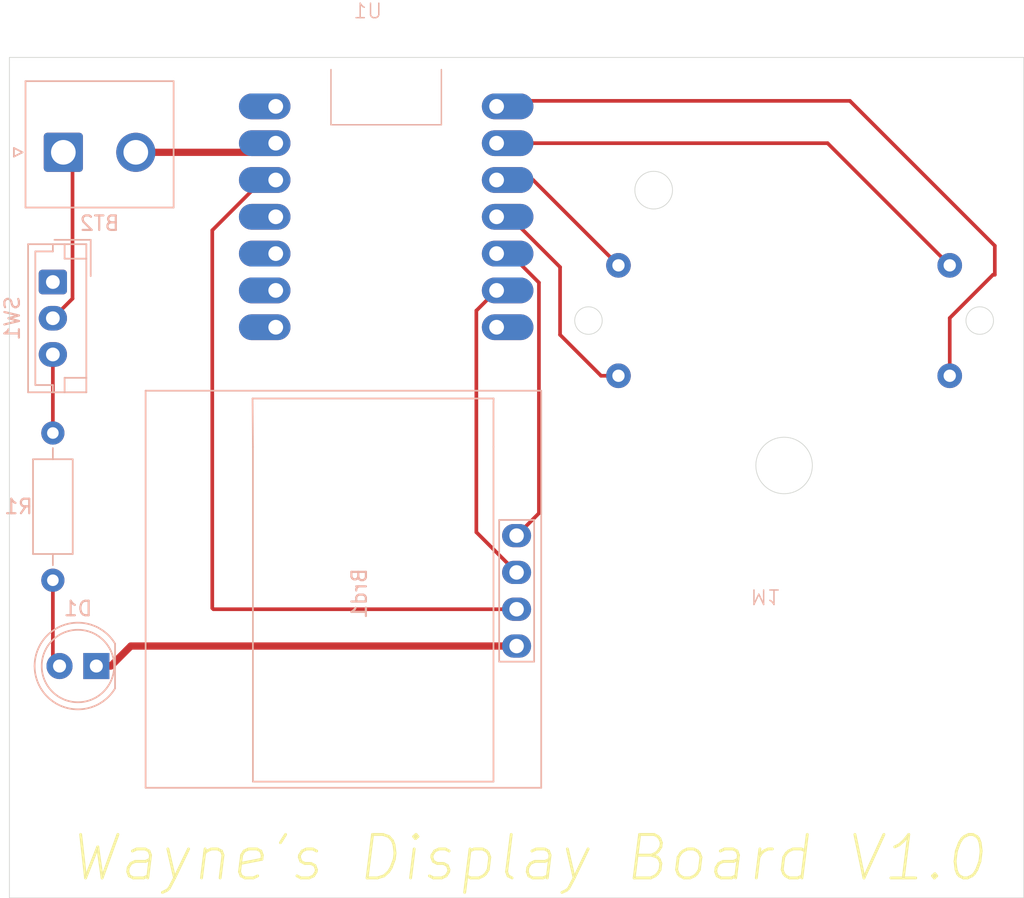
<source format=kicad_pcb>
(kicad_pcb (version 20240108) (generator "pcbnew") (generator_version "8.0")
  (title_block (title "Display Device") (date "2025-02-05") (rev "V1.0") (company "Wayne Tsai"))
  (layers (0 "F.Cu" signal) (31 "B.Cu" signal) (34 "B.Paste" user) (35 "F.Paste" user) (36 "B.SilkS" user "B.Silkscreen") (37 "F.SilkS" user "F.Silkscreen") (38 "B.Mask" user) (39 "F.Mask" user) (44 "Edge.Cuts" user))
  (net 0 "")
  (net 1 "Net-(Brd1-SCL)")
  (net 2 "Net-(Brd1-VCC)")
  (net 3 "GND")
  (net 4 "Net-(Brd1-SDA)")
  (net 5 "Net-(BT2-+)")
  (net 6 "Net-(D1-A)")
  (net 7 "Net-(U1-GPIO3_A2_D2)")
  (net 8 "Net-(U1-GPIO1_A0_D0)")
  (net 9 "Net-(M1--)")
  (net 10 "Net-(U1-GPIO4_A3_D3)")
  (footprint "Connector_JST:JST_NV_B02P-NV_1x02_P5.00mm_Vertical" (layer "B.Cu") (at 43.7225 45.55)
    (property "Reference" "BT2" (at 2.5 4.9 360) (layer "B.SilkS") (effects (justify mirror)))
    (property "Value" "Battery_Cell")
    (fp_line (start -3.41 -0.3) (end -2.81 0) (stroke (width 0.12)) (layer "B.SilkS"))
    (fp_line (start -3.41 0.3) (end -3.41 -0.3) (stroke (width 0.12)) (layer "B.SilkS"))
    (fp_line (start -2.81 0) (end -3.41 0.3) (stroke (width 0.12)) (layer "B.SilkS"))
    (fp_line (start -2.61 -4.91) (end -2.61 3.81) (stroke (width 0.12)) (layer "B.SilkS"))
    (fp_line (start -2.61 3.81) (end 7.61 3.81) (stroke (width 0.12)) (layer "B.SilkS"))
    (fp_line (start 7.61 -4.91) (end -2.61 -4.91) (stroke (width 0.12)) (layer "B.SilkS"))
    (fp_line (start 7.61 3.81) (end 7.61 -4.91) (stroke (width 0.12)) (layer "B.SilkS"))
    (pad "1" thru_hole roundrect (at 0 0) (size 2.7 2.7) (drill 1.7) (layers "*.Cu" "*.Mask") (roundrect_rratio 0.092593) (net 5 "Net-(BT2-+)"))
    (pad "2" thru_hole circle (at 5 0) (size 2.7 2.7) (drill 1.7) (layers "*.Cu" "*.Mask") (net 3 "GND"))
  )
  (footprint "Connector_JST:JST_EH_B3B-EH-A_1x03_P2.50mm_Vertical" (layer "B.Cu") (at 43 54.5 -90)
    (property "Reference" "SW1" (at 2.5 2.8 90) (layer "B.SilkS") (effects (justify mirror)))
    (property "Value" "SW_SPDT")
    (fp_line (start -2.61 1.71) (end 7.61 1.71) (stroke (width 0.12)) (layer "B.SilkS"))
    (fp_line (start 7.61 1.71) (end 7.61 -2.31) (stroke (width 0.12)) (layer "B.SilkS"))
    (fp_line (start -2.11 1.21) (end -2.11 0) (stroke (width 0.12)) (layer "B.SilkS"))
    (fp_line (start 7.11 1.21) (end -2.11 1.21) (stroke (width 0.12)) (layer "B.SilkS"))
    (fp_line (start -2.11 0) (end -2.61 0) (stroke (width 0.12)) (layer "B.SilkS"))
    (fp_line (start 7.11 0) (end 7.11 1.21) (stroke (width 0.12)) (layer "B.SilkS"))
    (fp_line (start 7.61 0) (end 7.11 0) (stroke (width 0.12)) (layer "B.SilkS"))
    (fp_line (start -1.61 -0.81) (end -2.61 -0.81) (stroke (width 0.12)) (layer "B.SilkS"))
    (fp_line (start 6.61 -0.81) (end 7.61 -0.81) (stroke (width 0.12)) (layer "B.SilkS"))
    (fp_line (start -2.61 -2.31) (end -2.61 1.71) (stroke (width 0.12)) (layer "B.SilkS"))
    (fp_line (start -1.61 -2.31) (end -1.61 -0.81) (stroke (width 0.12)) (layer "B.SilkS"))
    (fp_line (start 6.61 -2.31) (end 6.61 -0.81) (stroke (width 0.12)) (layer "B.SilkS"))
    (fp_line (start 7.61 -2.31) (end -2.61 -2.31) (stroke (width 0.12)) (layer "B.SilkS"))
    (fp_line (start -2.91 -2.61) (end -2.91 -0.11) (stroke (width 0.12)) (layer "B.SilkS"))
    (fp_line (start -0.41 -2.61) (end -2.91 -2.61) (stroke (width 0.12)) (layer "B.SilkS"))
    (pad "1" thru_hole roundrect (at 0 0 270) (size 1.7 1.95) (drill 0.95) (layers "*.Cu" "*.Mask") (roundrect_rratio 0.147059))
    (pad "2" thru_hole oval (at 2.5 0 270) (size 1.7 1.95) (drill 0.95) (layers "*.Cu" "*.Mask") (net 5 "Net-(BT2-+)"))
    (pad "3" thru_hole oval (at 5 0 270) (size 1.7 1.95) (drill 0.95) (layers "*.Cu" "*.Mask") (net 2 "Net-(Brd1-VCC)"))
  )
  (footprint "Resistor_THT:R_Axial_DIN0207_L6.3mm_D2.5mm_P10.16mm_Horizontal" (layer "B.Cu") (at 43 64.92 -90)
    (property "Reference" "R1" (at 5.08 2.37 360) (layer "B.SilkS") (effects (justify mirror)))
    (property "Value" "85 Ohm")
    (fp_line (start 1.81 1.37) (end 8.35 1.37) (stroke (width 0.12)) (layer "B.SilkS"))
    (fp_line (start 8.35 1.37) (end 8.35 -1.37) (stroke (width 0.12)) (layer "B.SilkS"))
    (fp_line (start 1.81 0) (end 1.04 0) (stroke (width 0.12)) (layer "B.SilkS"))
    (fp_line (start 8.35 0) (end 9.12 0) (stroke (width 0.12)) (layer "B.SilkS"))
    (fp_line (start 1.81 -1.37) (end 1.81 1.37) (stroke (width 0.12)) (layer "B.SilkS"))
    (fp_line (start 8.35 -1.37) (end 1.81 -1.37) (stroke (width 0.12)) (layer "B.SilkS"))
    (pad "1" thru_hole circle (at 0 0 270) (size 1.6 1.6) (drill 0.8) (layers "*.Cu" "*.Mask") (net 2 "Net-(Brd1-VCC)"))
    (pad "2" thru_hole oval (at 10.16 0 270) (size 1.6 1.6) (drill 0.8) (layers "*.Cu" "*.Mask") (net 6 "Net-(D1-A)"))
  )
  (footprint "demo_ssd1306:128x64OLED" (layer "B.Cu") (at 64.4 76 90)
    (property "Reference" "Brd1" (at 0 -0.254 90) (layer "B.SilkS") (effects (justify mirror)))
    (property "Value" "SSD1306")
    (fp_line (start 14 -15) (end 14 12.3) (stroke (width 0.12)) (layer "B.SilkS"))
    (fp_line (start -13.4 -15) (end 14 -15) (stroke (width 0.12)) (layer "B.SilkS"))
    (fp_line (start 13.462 -7.62) (end 10.122 -7.595) (stroke (width 0.12)) (layer "B.SilkS"))
    (fp_line (start -12.978 -7.595) (end 10.122 -7.595) (stroke (width 0.12)) (layer "B.SilkS"))
    (fp_line (start 13.208 9.005) (end 10.122 9.005) (stroke (width 0.12)) (layer "B.SilkS"))
    (fp_line (start 13.208 9.005) (end 13.462 9.017) (stroke (width 0.12)) (layer "B.SilkS"))
    (fp_line (start 10.122 9.005) (end -12.978 9.005) (stroke (width 0.12)) (layer "B.SilkS"))
    (fp_line (start -12.978 9.005) (end -12.978 -7.595) (stroke (width 0.12)) (layer "B.SilkS"))
    (fp_line (start 13.462 9.017) (end 13.462 -7.62) (stroke (width 0.12)) (layer "B.SilkS"))
    (fp_line (start 5.08 9.398) (end 5.08 11.811) (stroke (width 0.12)) (layer "B.SilkS"))
    (fp_line (start -4.699 9.398) (end 5.08 9.398) (stroke (width 0.12)) (layer "B.SilkS"))
    (fp_line (start -4.699 9.398) (end -4.699 11.811) (stroke (width 0.12)) (layer "B.SilkS"))
    (fp_line (start 5.08 11.811) (end -4.699 11.811) (stroke (width 0.12)) (layer "B.SilkS"))
    (fp_line (start 14 12.3) (end -13.4 12.3) (stroke (width 0.12)) (layer "B.SilkS"))
    (fp_line (start -13.4 12.3) (end -13.4 -15) (stroke (width 0.12)) (layer "B.SilkS"))
    (pad "1" thru_hole oval (at -3.62 10.6) (size 2 1.6) (drill 1) (layers "*.Cu" "*.Mask") (net 3 "GND"))
    (pad "2" thru_hole oval (at -1.08 10.6) (size 2 1.6) (drill 1) (layers "*.Cu" "*.Mask") (net 2 "Net-(Brd1-VCC)"))
    (pad "3" thru_hole oval (at 1.46 10.6) (size 2 1.6) (drill 1) (layers "*.Cu" "*.Mask") (net 1 "Net-(Brd1-SCL)"))
    (pad "4" thru_hole oval (at 4 10.6) (size 2 1.6) (drill 1) (layers "*.Cu" "*.Mask") (net 4 "Net-(Brd1-SDA)"))
  )
  (footprint "LED_THT:LED_D5.0mm" (layer "B.Cu") (at 46 81 180)
    (property "Reference" "D1" (at 1.27 3.96 360) (layer "B.SilkS") (effects (justify mirror)))
    (property "Value" "LED")
    (fp_line (start -1.29 -1.545) (end -1.29 1.545) (stroke (width 0.12)) (layer "B.SilkS"))
    (fp_arc (start 4.26 0.000048) (mid 2.071756 2.880501) (end -1.29 1.54483) (stroke (width 0.12)) (layer "B.SilkS"))
    (fp_arc (start -1.29 -1.54483) (mid 2.071756 -2.880501) (end 4.26 -0.000048) (stroke (width 0.12)) (layer "B.SilkS"))
    (fp_circle (center 1.27 0) (end 3.77 0) (stroke (width 0.12)) (fill none) (layer "B.SilkS"))
    (pad "1" thru_hole rect (at 0 0 180) (size 1.8 1.8) (drill 0.9) (layers "*.Cu" "*.Mask") (net 3 "GND"))
    (pad "2" thru_hole circle (at 2.54 0 180) (size 1.8 1.8) (drill 0.9) (layers "*.Cu" "*.Mask") (net 6 "Net-(D1-A)"))
  )
  (footprint "demo_xiao:XIAO_ESP32_SENSE" (layer "B.Cu") (at 66 50 180)
    (property "Reference" "U1" (at 1.27 14.2 0) (layer "B.SilkS") (effects (font (thickness 0.1)) (justify mirror)))
    (property "Value" "XIAO ESP32C3")
    (fp_line (start 3.81 10.16) (end 3.81 6.35) (stroke (width 0.1)) (layer "B.SilkS"))
    (fp_line (start 3.81 6.35) (end -3.81 6.35) (stroke (width 0.1)) (layer "B.SilkS"))
    (fp_line (start -3.81 6.35) (end -3.81 10.16) (stroke (width 0.1)) (layer "B.SilkS"))
    (pad "1" thru_hole oval (at -7.62 7.62 180) (size 3.556 1.778) (drill 1.016 (offset -0.762 0)) (layers "*.Cu" "*.Mask") (net 8 "Net-(U1-GPIO1_A0_D0)"))
    (pad "2" thru_hole oval (at -7.62 5.08 180) (size 3.556 1.778) (drill 1.016 (offset -0.762 0)) (layers "*.Cu" "*.Mask") (net 9 "Net-(M1--)"))
    (pad "3" thru_hole oval (at -7.62 2.54 180) (size 3.556 1.778) (drill 1.016 (offset -0.762 0)) (layers "*.Cu" "*.Mask") (net 7 "Net-(U1-GPIO3_A2_D2)"))
    (pad "4" thru_hole oval (at -7.62 0 180) (size 3.556 1.778) (drill 1.016 (offset -0.762 0)) (layers "*.Cu" "*.Mask") (net 10 "Net-(U1-GPIO4_A3_D3)"))
    (pad "5" thru_hole oval (at -7.62 -2.54 180) (size 3.556 1.778) (drill 1.016 (offset -0.762 0)) (layers "*.Cu" "*.Mask") (net 4 "Net-(Brd1-SDA)"))
    (pad "6" thru_hole oval (at -7.62 -5.08 180) (size 3.556 1.778) (drill 1.016 (offset -0.762 0)) (layers "*.Cu" "*.Mask") (net 1 "Net-(Brd1-SCL)"))
    (pad "7" thru_hole oval (at -7.62 -7.62 180) (size 3.556 1.778) (drill 1.016 (offset -0.762 0)) (layers "*.Cu" "*.Mask"))
    (pad "8" thru_hole oval (at 7.62 7.62 180) (size 3.556 1.778) (drill 1.016 (offset 0.762 0)) (layers "*.Cu" "*.Mask"))
    (pad "9" thru_hole oval (at 7.62 5.08 180) (size 3.556 1.778) (drill 1.016 (offset 0.762 0)) (layers "*.Cu" "*.Mask") (net 3 "GND"))
    (pad "10" thru_hole oval (at 7.62 2.54 180) (size 3.556 1.778) (drill 1.016 (offset 0.762 0)) (layers "*.Cu" "*.Mask") (net 2 "Net-(Brd1-VCC)"))
    (pad "11" thru_hole oval (at 7.62 0 180) (size 3.556 1.778) (drill 1.016 (offset 0.762 0)) (layers "*.Cu" "*.Mask"))
    (pad "12" thru_hole oval (at 7.62 -2.54 180) (size 3.556 1.778) (drill 1.016 (offset 0.762 0)) (layers "*.Cu" "*.Mask"))
    (pad "13" thru_hole oval (at 7.62 -5.08 180) (size 3.556 1.778) (drill 1.016 (offset 0.762 0)) (layers "*.Cu" "*.Mask"))
    (pad "14" thru_hole oval (at 7.62 -7.62 180) (size 3.556 1.778) (drill 1.016 (offset 0.762 0)) (layers "*.Cu" "*.Mask"))
  )
  (footprint "demo_motor:x27_stepper" (layer "B.Cu") (at 96 47)
    (property "Reference" "M1" (at -3.81 29.21 180) (layer "B.SilkS") (effects (font (thickness 0.1)) (justify mirror)))
    (property "Value" "Stepper_Motor_x27.168")
    (fp_circle (center -16.04 10.16) (end -15.09 10.16) (stroke (width 0.05)) (fill none) (layer "Edge.Cuts"))
    (fp_circle (center -11.54 1.16) (end -10.24 1.16) (stroke (width 0.05)) (fill none) (layer "Edge.Cuts"))
    (fp_circle (center -2.54 20.16) (end -0.59 20.16) (stroke (width 0.05)) (fill none) (layer "Edge.Cuts"))
    (fp_circle (center 10.96 10.16) (end 11.91 10.16) (stroke (width 0.05)) (fill none) (layer "Edge.Cuts"))
    (pad "1" thru_hole circle (at 8.89 13.97) (size 1.7 1.7) (drill 0.85) (layers "*.Cu" "*.Mask") (net 8 "Net-(U1-GPIO1_A0_D0)"))
    (pad "2" thru_hole circle (at 8.89 6.35) (size 1.7 1.7) (drill 0.85) (layers "*.Cu" "*.Mask") (net 9 "Net-(M1--)"))
    (pad "3" thru_hole circle (at -13.97 6.35) (size 1.7 1.7) (drill 0.85) (layers "*.Cu" "*.Mask") (net 7 "Net-(U1-GPIO3_A2_D2)"))
    (pad "4" thru_hole circle (at -13.97 13.97) (size 1.7 1.7) (drill 0.85) (layers "*.Cu" "*.Mask") (net 10 "Net-(U1-GPIO4_A3_D3)"))
  )
  (gr_rect (start 40 39) (end 110 97) (stroke (width 0.05)) (fill none) (layer "Edge.Cuts"))
  (gr_text "Wayne's Display Board V1.0" (at 44 96 0) (layer "F.SilkS") (effects (font (size 3 3) (thickness 0.2) (italic yes)) (justify left bottom)))
  (segment (start 72.223 71.763) (end 72.223 56.477) (width 0.254) (layer "F.Cu") (net 1))
  (segment (start 75 74.54) (end 72.223 71.763) (width 0.254) (layer "F.Cu") (net 1))
  (segment (start 72.223 56.477) (end 73.62 55.08) (width 0.254) (layer "F.Cu") (net 1))
  (segment (start 54 77) (end 54 50.932949) (width 0.254) (layer "F.Cu") (net 2))
  (segment (start 75 77.08) (end 54.08 77.08) (width 0.254) (layer "F.Cu") (net 2))
  (segment (start 54 50.932949) (end 57.472949 47.46) (width 0.254) (layer "F.Cu") (net 2))
  (segment (start 57.472949 47.46) (end 58.38 47.46) (width 0.254) (layer "F.Cu") (net 2))
  (segment (start 54.08 77.08) (end 54 77) (width 0.254) (layer "F.Cu") (net 2))
  (segment (start 43 59.5) (end 43 64.92) (width 0.254) (layer "F.Cu") (net 2))
  (segment (start 46 81) (end 47 81) (width 0.5) (layer "F.Cu") (net 3))
  (segment (start 47 81) (end 48.38 79.62) (width 0.5) (layer "F.Cu") (net 3))
  (segment (start 57.75 45.55) (end 48.7225 45.55) (width 0.5) (layer "F.Cu") (net 3))
  (segment (start 58.38 44.92) (end 57.75 45.55) (width 0.5) (layer "F.Cu") (net 3))
  (segment (start 48.38 79.62) (end 75 79.62) (width 0.5) (layer "F.Cu") (net 3))
  (segment (start 75 72) (end 76.541 70.459) (width 0.254) (layer "F.Cu") (net 4))
  (segment (start 74.54 52.54) (end 73.62 52.54) (width 0.254) (layer "F.Cu") (net 4))
  (segment (start 76.541 70.459) (end 76.541 54.541) (width 0.254) (layer "F.Cu") (net 4))
  (segment (start 76.541 54.541) (end 74.54 52.54) (width 0.254) (layer "F.Cu") (net 4))
  (segment (start 44.356 46.1835) (end 44.356 55.644) (width 0.254) (layer "F.Cu") (net 5))
  (segment (start 43.7225 45.55) (end 44.356 46.1835) (width 0.254) (layer "F.Cu") (net 5))
  (segment (start 44.356 55.644) (end 43 57) (width 0.254) (layer "F.Cu") (net 5))
  (segment (start 43 75.08) (end 43 80.54) (width 0.254) (layer "F.Cu") (net 6))
  (segment (start 43 80.54) (end 43.46 81) (width 0.254) (layer "F.Cu") (net 6))
  (segment (start 76.14 47.46) (end 73.62 47.46) (width 0.254) (layer "F.Cu") (net 7))
  (segment (start 82.03 53.35) (end 76.14 47.46) (width 0.254) (layer "F.Cu") (net 7))
  (segment (start 98 42) (end 74 42) (width 0.254) (layer "F.Cu") (net 8))
  (segment (start 104.89 56.985361) (end 107.875361 54) (width 0.254) (layer "F.Cu") (net 8))
  (segment (start 108 54) (end 108 52) (width 0.254) (layer "F.Cu") (net 8))
  (segment (start 104.89 60.97) (end 104.89 56.985361) (width 0.254) (layer "F.Cu") (net 8))
  (segment (start 74 42) (end 73.62 42.38) (width 0.254) (layer "F.Cu") (net 8))
  (segment (start 108 52) (end 98 42) (width 0.254) (layer "F.Cu") (net 8))
  (segment (start 107.875361 54) (end 108 54) (width 0.254) (layer "F.Cu") (net 8))
  (segment (start 96.46 44.92) (end 73.62 44.92) (width 0.254) (layer "F.Cu") (net 9))
  (segment (start 104.89 53.35) (end 96.46 44.92) (width 0.254) (layer "F.Cu") (net 9))
  (segment (start 82.03 60.97) (end 80.827919 60.97) (width 0.254) (layer "F.Cu") (net 10))
  (segment (start 78 58.142081) (end 78 53.472949) (width 0.254) (layer "F.Cu") (net 10))
  (segment (start 80.827919 60.97) (end 78 58.142081) (width 0.254) (layer "F.Cu") (net 10))
  (segment (start 74.527051 50) (end 73.62 50) (width 0.254) (layer "F.Cu") (net 10))
  (segment (start 78 53.472949) (end 74.527051 50) (width 0.254) (layer "F.Cu") (net 10))
)
</source>
